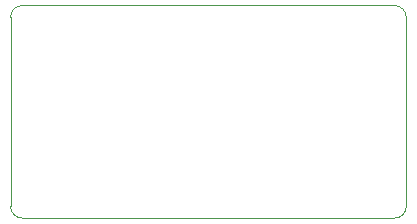
<source format=gm1>
G04 #@! TF.GenerationSoftware,KiCad,Pcbnew,7.0.8*
G04 #@! TF.CreationDate,2024-04-01T14:50:31+01:00*
G04 #@! TF.ProjectId,daughterboard,64617567-6874-4657-9262-6f6172642e6b,rev?*
G04 #@! TF.SameCoordinates,Original*
G04 #@! TF.FileFunction,Profile,NP*
%FSLAX46Y46*%
G04 Gerber Fmt 4.6, Leading zero omitted, Abs format (unit mm)*
G04 Created by KiCad (PCBNEW 7.0.8) date 2024-04-01 14:50:31*
%MOMM*%
%LPD*%
G01*
G04 APERTURE LIST*
G04 #@! TA.AperFunction,Profile*
%ADD10C,0.100000*%
G04 #@! TD*
G04 APERTURE END LIST*
D10*
X133500000Y-101000000D02*
X133500960Y-117042893D01*
X101000000Y-118000000D02*
X132500000Y-118000000D01*
X101000000Y-100000000D02*
X132500000Y-100000000D01*
X100000000Y-101000000D02*
X100000000Y-117000000D01*
X132500000Y-117999999D02*
G75*
G03*
X133500960Y-117042893I42900J957099D01*
G01*
X133500000Y-101000000D02*
G75*
G03*
X132500000Y-100000000I-1000000J0D01*
G01*
X101000000Y-100000000D02*
G75*
G03*
X100000000Y-101000000I0J-1000000D01*
G01*
X100000000Y-117000000D02*
G75*
G03*
X101000000Y-118000000I1000000J0D01*
G01*
M02*

</source>
